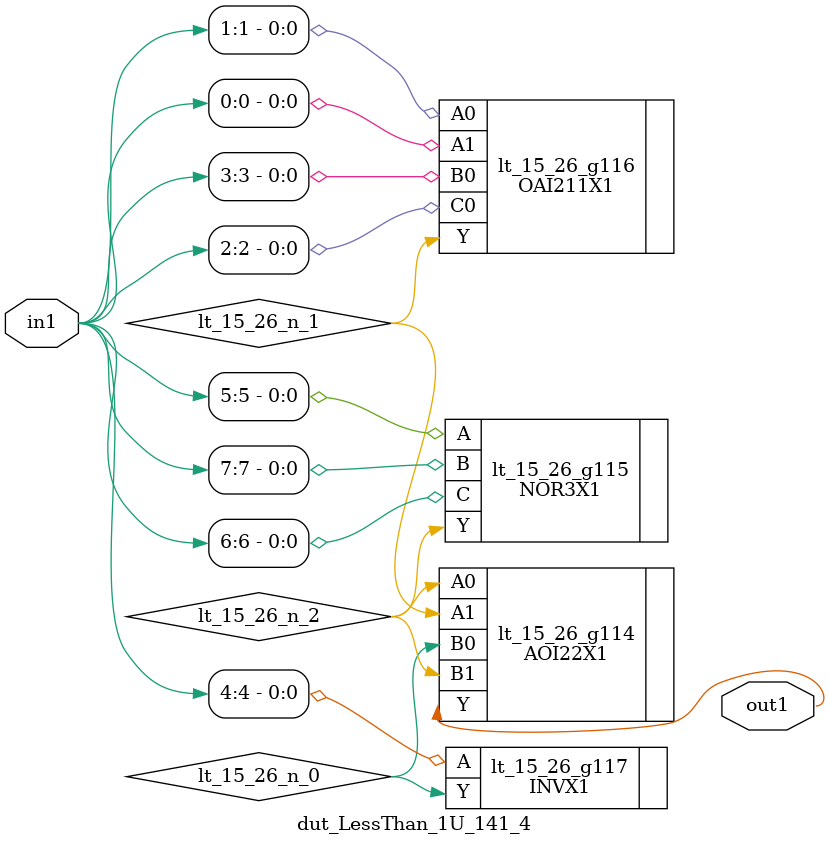
<source format=v>
`timescale 1ps / 1ps


module dut_LessThan_1U_141_4(in1, out1);
  input [7:0] in1;
  output out1;
  wire [7:0] in1;
  wire out1;
  wire lt_15_26_n_0, lt_15_26_n_1, lt_15_26_n_2;
  AOI22X1 lt_15_26_g114(.A0 (lt_15_26_n_2), .A1 (lt_15_26_n_1), .B0
       (lt_15_26_n_0), .B1 (lt_15_26_n_2), .Y (out1));
  NOR3X1 lt_15_26_g115(.A (in1[5]), .B (in1[7]), .C (in1[6]), .Y
       (lt_15_26_n_2));
  OAI211X1 lt_15_26_g116(.A0 (in1[1]), .A1 (in1[0]), .B0 (in1[3]), .C0
       (in1[2]), .Y (lt_15_26_n_1));
  INVX1 lt_15_26_g117(.A (in1[4]), .Y (lt_15_26_n_0));
endmodule



</source>
